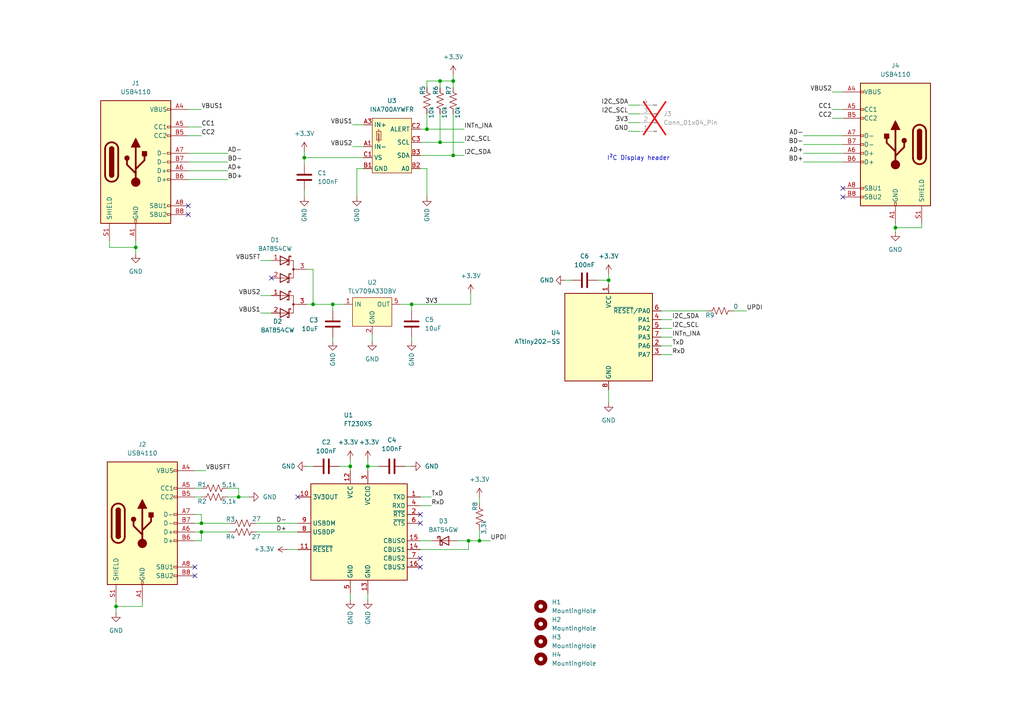
<source format=kicad_sch>
(kicad_sch (version 20231120) (generator "eeschema") (generator_version "8.0")
  (paper "A4")
  (title_block (title "usb-c-power-meter") (date "2024-12-28") (rev "1.0"))
  (lib_symbols
    (symbol "Connector:Conn_01x04_Pin" (pin_names (offset 1.016) hide)
      (property "Reference" "J" (at 0 5.08 0))
      (property "Value" "Conn_01x04_Pin" (at 0 -7.62 0))
      (symbol "Conn_01x04_Pin_1_1"
        (polyline (pts (xy 1.27 -5.08) (xy 0.8636 -5.08)) (stroke (width 0.1524)))
        (polyline (pts (xy 1.27 -2.54) (xy 0.8636 -2.54)) (stroke (width 0.1524)))
        (polyline (pts (xy 1.27 0) (xy 0.8636 0)) (stroke (width 0.1524)))
        (polyline (pts (xy 1.27 2.54) (xy 0.8636 2.54)) (stroke (width 0.1524)))
        (rectangle (start 0.8636 -4.953) (end 0 -5.207) (stroke (width 0.1524)) (fill (type outline)))
        (rectangle (start 0.8636 -2.413) (end 0 -2.667) (stroke (width 0.1524)) (fill (type outline)))
        (rectangle (start 0.8636 0.127) (end 0 -0.127) (stroke (width 0.1524)) (fill (type outline)))
        (rectangle (start 0.8636 2.667) (end 0 2.413) (stroke (width 0.1524)) (fill (type outline)))
        (pin passive line (at 5.08 2.54 180) (length 3.81) (name "Pin_1") (number "1"))
        (pin passive line (at 5.08 0 180) (length 3.81) (name "Pin_2") (number "2"))
        (pin passive line (at 5.08 -2.54 180) (length 3.81) (name "Pin_3") (number "3"))
        (pin passive line (at 5.08 -5.08 180) (length 3.81) (name "Pin_4") (number "4"))
      )
    )
    (symbol "Connector:USB_C_Receptacle_USB2.0_16P" (pin_names (offset 1.016))
      (property "Reference" "J" (at 0 22.225 0))
      (property "Value" "USB_C_Receptacle_USB2.0_16P" (at 0 19.685 0))
      (symbol "USB_C_Receptacle_USB2.0_16P_0_0"
        (rectangle (start -0.254 -17.78) (end 0.254 -16.764))
        (rectangle (start 10.16 -14.986) (end 9.144 -15.494))
        (rectangle (start 10.16 -12.446) (end 9.144 -12.954))
        (rectangle (start 10.16 -4.826) (end 9.144 -5.334))
        (rectangle (start 10.16 -2.286) (end 9.144 -2.794))
        (rectangle (start 10.16 0.254) (end 9.144 -0.254))
        (rectangle (start 10.16 2.794) (end 9.144 2.286))
        (rectangle (start 10.16 7.874) (end 9.144 7.366))
        (rectangle (start 10.16 10.414) (end 9.144 9.906))
        (rectangle (start 10.16 15.494) (end 9.144 14.986))
      )
      (symbol "USB_C_Receptacle_USB2.0_16P_0_1"
        (rectangle (start -10.16 17.78) (end 10.16 -17.78) (stroke (width 0.254)) (fill (type background)))
        (arc (start -8.89 -3.81) (mid -6.985 -5.7067) (end -5.08 -3.81) (stroke (width 0.508)))
        (arc (start -7.62 -3.81) (mid -6.985 -4.4423) (end -6.35 -3.81) (stroke (width 0.254)))
        (arc (start -7.62 -3.81) (mid -6.985 -4.4423) (end -6.35 -3.81) (stroke (width 0.254)) (fill (type outline)))
        (rectangle (start -7.62 -3.81) (end -6.35 3.81) (stroke (width 0.254)) (fill (type outline)))
        (arc (start -6.35 3.81) (mid -6.985 4.4423) (end -7.62 3.81) (stroke (width 0.254)))
        (arc (start -6.35 3.81) (mid -6.985 4.4423) (end -7.62 3.81) (stroke (width 0.254)) (fill (type outline)))
        (arc (start -5.08 3.81) (mid -6.985 5.7067) (end -8.89 3.81) (stroke (width 0.508)))
        (circle (center -2.54 1.143) (radius 0.635) (stroke (width 0.254)) (fill (type outline)))
        (circle (center 0 -5.842) (radius 1.27) (fill (type outline)))
        (polyline (pts (xy -8.89 -3.81) (xy -8.89 3.81)) (stroke (width 0.508)))
        (polyline (pts (xy -5.08 3.81) (xy -5.08 -3.81)) (stroke (width 0.508)))
        (polyline (pts (xy 0 -5.842) (xy 0 4.318)) (stroke (width 0.508)))
        (polyline (pts (xy 0 -3.302) (xy -2.54 -0.762) (xy -2.54 0.508)) (stroke (width 0.508)))
        (polyline (pts (xy 0 -2.032) (xy 2.54 0.508) (xy 2.54 1.778)) (stroke (width 0.508)))
        (polyline (pts (xy -1.27 4.318) (xy 0 6.858) (xy 1.27 4.318) (xy -1.27 4.318)) (stroke (width 0.254)) (fill (type outline)))
        (rectangle (start 1.905 1.778) (end 3.175 3.048) (stroke (width 0.254)) (fill (type outline)))
      )
      (symbol "USB_C_Receptacle_USB2.0_16P_1_1"
        (pin passive line (at 0 -22.86 90) (length 5.08) (name "GND") (number "A1"))
        (pin passive line (at 0 -22.86 90) (length 5.08) hide (name "GND") (number "A12"))
        (pin passive line (at 15.24 15.24 180) (length 5.08) (name "VBUS") (number "A4"))
        (pin bidirectional line (at 15.24 10.16 180) (length 5.08) (name "CC1") (number "A5"))
        (pin bidirectional line (at 15.24 -2.54 180) (length 5.08) (name "D+") (number "A6"))
        (pin bidirectional line (at 15.24 2.54 180) (length 5.08) (name "D-") (number "A7"))
        (pin bidirectional line (at 15.24 -12.7 180) (length 5.08) (name "SBU1") (number "A8"))
        (pin passive line (at 15.24 15.24 180) (length 5.08) hide (name "VBUS") (number "A9"))
        (pin passive line (at 0 -22.86 90) (length 5.08) hide (name "GND") (number "B1"))
        (pin passive line (at 0 -22.86 90) (length 5.08) hide (name "GND") (number "B12"))
        (pin passive line (at 15.24 15.24 180) (length 5.08) hide (name "VBUS") (number "B4"))
        (pin bidirectional line (at 15.24 7.62 180) (length 5.08) (name "CC2") (number "B5"))
        (pin bidirectional line (at 15.24 -5.08 180) (length 5.08) (name "D+") (number "B6"))
        (pin bidirectional line (at 15.24 0 180) (length 5.08) (name "D-") (number "B7"))
        (pin bidirectional line (at 15.24 -15.24 180) (length 5.08) (name "SBU2") (number "B8"))
        (pin passive line (at 15.24 15.24 180) (length 5.08) hide (name "VBUS") (number "B9"))
        (pin passive line (at -7.62 -22.86 90) (length 5.08) (name "SHIELD") (number "S1"))
      )
    )
    (symbol "Device:C" (pin_numbers hide) (pin_names (offset 0.254))
      (property "Reference" "C" (at 0.635 2.54 0))
      (property "Value" "C" (at 0.635 -2.54 0))
      (symbol "C_0_1"
        (polyline (pts (xy -2.032 -0.762) (xy 2.032 -0.762)) (stroke (width 0.508)))
        (polyline (pts (xy -2.032 0.762) (xy 2.032 0.762)) (stroke (width 0.508)))
      )
      (symbol "C_1_1"
        (pin passive line (at 0 3.81 270) (length 2.794) (name "~") (number "1"))
        (pin passive line (at 0 -3.81 90) (length 2.794) (name "~") (number "2"))
      )
    )
    (symbol "Device:D_Schottky" (pin_numbers hide) (pin_names (offset 1.016) hide)
      (property "Reference" "D" (at 0 2.54 0))
      (property "Value" "D_Schottky" (at 0 -2.54 0))
      (symbol "D_Schottky_0_1"
        (polyline (pts (xy 1.27 0) (xy -1.27 0)))
        (polyline (pts (xy 1.27 1.27) (xy 1.27 -1.27) (xy -1.27 0) (xy 1.27 1.27)) (stroke (width 0.254)))
        (polyline (pts (xy -1.905 0.635) (xy -1.905 1.27) (xy -1.27 1.27) (xy -1.27 -1.27) (xy -0.635 -1.27) (xy -0.635 -0.635)) (stroke (width 0.254)))
      )
      (symbol "D_Schottky_1_1"
        (pin passive line (at -3.81 0 0) (length 2.54) (name "K") (number "1"))
        (pin passive line (at 3.81 0 180) (length 2.54) (name "A") (number "2"))
      )
    )
    (symbol "Device:D_Schottky_Dual_CommonCathode_AAK_Parallel" (pin_names (offset 0.762) hide)
      (property "Reference" "D" (at 0 5.08 0))
      (property "Value" "D_Schottky_Dual_CommonCathode_AAK_Parallel" (at 0 -5.08 0))
      (symbol "D_Schottky_Dual_CommonCathode_AAK_Parallel_0_1"
        (polyline (pts (xy 1.27 0) (xy 2.54 0)))
        (polyline (pts (xy -2.54 -2.54) (xy 1.27 -2.54) (xy 1.27 2.54) (xy -2.54 2.54)))
        (polyline (pts (xy -2.54 -1.27) (xy 0 -2.54) (xy -2.54 -3.81) (xy -2.54 -1.27) (xy -2.54 -1.27) (xy -2.54 -1.27)) (stroke (width 0.254)))
        (polyline (pts (xy -2.54 3.81) (xy 0 2.54) (xy -2.54 1.27) (xy -2.54 3.81) (xy -2.54 3.81) (xy -2.54 3.81)) (stroke (width 0.254)))
        (polyline (pts (xy 0.508 -1.524) (xy 0.508 -1.27) (xy 0 -1.27) (xy 0 -3.81) (xy -0.508 -3.81) (xy -0.508 -3.556)) (stroke (width 0.254)))
        (polyline (pts (xy 0.508 3.556) (xy 0.508 3.81) (xy 0 3.81) (xy 0 1.27) (xy -0.508 1.27) (xy -0.508 1.524)) (stroke (width 0.254)))
        (circle (center 1.27 0) (radius 0.254) (fill (type outline)))
        (pin passive line (at -5.08 2.54 0) (length 2.54) (name "K") (number "1"))
        (pin passive line (at -5.08 -2.54 0) (length 2.54) (name "K") (number "2"))
        (pin passive line (at 5.08 0 180) (length 2.54) (name "A") (number "3"))
      )
    )
    (symbol "Device:R_US" (pin_numbers hide) (pin_names (offset 0))
      (property "Reference" "R" (at 2.54 0 90))
      (property "Value" "R_US" (at -2.54 0 90))
      (symbol "R_US_0_1"
        (polyline (pts (xy 0 -2.286) (xy 0 -2.54)))
        (polyline (pts (xy 0 2.286) (xy 0 2.54)))
        (polyline (pts (xy 0 -0.762) (xy 1.016 -1.143) (xy 0 -1.524) (xy -1.016 -1.905) (xy 0 -2.286)))
        (polyline (pts (xy 0 0.762) (xy 1.016 0.381) (xy 0 0) (xy -1.016 -0.381) (xy 0 -0.762)))
        (polyline (pts (xy 0 2.286) (xy 1.016 1.905) (xy 0 1.524) (xy -1.016 1.143) (xy 0 0.762)))
      )
      (symbol "R_US_1_1"
        (pin passive line (at 0 3.81 270) (length 1.27) (name "~") (number "1"))
        (pin passive line (at 0 -3.81 90) (length 1.27) (name "~") (number "2"))
      )
    )
    (symbol "Interface_USB:FT230XS"
      (property "Reference" "U" (at -13.97 15.24 0))
      (property "Value" "FT230XS" (at 7.62 15.24 0))
      (symbol "FT230XS_0_1"
        (rectangle (start -13.97 13.97) (end 13.97 -13.97) (stroke (width 0.254)) (fill (type background)))
      )
      (symbol "FT230XS_1_1"
        (pin output line (at 17.78 10.16 180) (length 3.81) (name "TXD") (number "1"))
        (pin power_out line (at -17.78 10.16 0) (length 3.81) (name "3V3OUT") (number "10"))
        (pin input line (at -17.78 -5.08 0) (length 3.81) (name "~{RESET}") (number "11"))
        (pin power_in line (at -2.54 17.78 270) (length 3.81) (name "VCC") (number "12"))
        (pin power_in line (at 2.54 -17.78 90) (length 3.81) (name "GND") (number "13"))
        (pin bidirectional line (at 17.78 -5.08 180) (length 3.81) (name "CBUS1") (number "14"))
        (pin bidirectional line (at 17.78 -2.54 180) (length 3.81) (name "CBUS0") (number "15"))
        (pin bidirectional line (at 17.78 -10.16 180) (length 3.81) (name "CBUS3") (number "16"))
        (pin output line (at 17.78 5.08 180) (length 3.81) (name "~{RTS}") (number "2"))
        (pin power_in line (at 2.54 17.78 270) (length 3.81) (name "VCCIO") (number "3"))
        (pin input line (at 17.78 7.62 180) (length 3.81) (name "RXD") (number "4"))
        (pin power_in line (at -2.54 -17.78 90) (length 3.81) (name "GND") (number "5"))
        (pin input line (at 17.78 2.54 180) (length 3.81) (name "~{CTS}") (number "6"))
        (pin bidirectional line (at 17.78 -7.62 180) (length 3.81) (name "CBUS2") (number "7"))
        (pin bidirectional line (at -17.78 0 0) (length 3.81) (name "USBDP") (number "8"))
        (pin bidirectional line (at -17.78 2.54 0) (length 3.81) (name "USBDM") (number "9"))
      )
    )
    (symbol "MCU_Microchip_ATtiny:ATtiny202-SS"
      (property "Reference" "U" (at -12.7 13.97 0))
      (property "Value" "ATtiny202-SS" (at 2.54 -13.97 0))
      (symbol "ATtiny202-SS_0_1"
        (rectangle (start -12.7 -12.7) (end 12.7 12.7) (stroke (width 0.254)) (fill (type background)))
      )
      (symbol "ATtiny202-SS_1_1"
        (pin power_in line (at 0 15.24 270) (length 2.54) (name "VCC") (number "1"))
        (pin bidirectional line (at 15.24 -2.54 180) (length 2.54) (name "PA6") (number "2"))
        (pin bidirectional line (at 15.24 -5.08 180) (length 2.54) (name "PA7") (number "3"))
        (pin bidirectional line (at 15.24 5.08 180) (length 2.54) (name "PA1") (number "4"))
        (pin bidirectional line (at 15.24 2.54 180) (length 2.54) (name "PA2") (number "5"))
        (pin bidirectional line (at 15.24 7.62 180) (length 2.54) (name "~{RESET}/PA0") (number "6"))
        (pin bidirectional line (at 15.24 0 180) (length 2.54) (name "PA3") (number "7"))
        (pin power_in line (at 0 -15.24 90) (length 2.54) (name "GND") (number "8"))
      )
    )
    (symbol "Mechanical:MountingHole" (pin_names (offset 1.016)) (exclude_from_sim yes) (in_bom no)
      (property "Reference" "H" (at 0 5.08 0))
      (property "Value" "MountingHole" (at 0 3.175 0))
      (symbol "MountingHole_0_1"
        (circle (center 0 0) (radius 1.27) (stroke (width 1.27)))
      )
    )
    (symbol "power:+3.3V" (power) (pin_numbers hide) (pin_names (offset 0) hide)
      (property "Value" "+3.3V" (at 0 3.556 0))
      (symbol "+3.3V_0_1"
        (polyline (pts (xy -0.762 1.27) (xy 0 2.54)))
        (polyline (pts (xy 0 0) (xy 0 2.54)))
        (polyline (pts (xy 0 2.54) (xy 0.762 1.27)))
      )
      (symbol "+3.3V_1_1"
        (pin power_in line (at 0 0 90) (length 0) (name "~") (number "1"))
      )
    )
    (symbol "power:GND" (power) (pin_numbers hide) (pin_names (offset 0) hide)
      (property "Value" "GND" (at 0 -3.81 0))
      (symbol "GND_0_1"
        (polyline (pts (xy 0 0) (xy 0 -1.27) (xy 1.27 -1.27) (xy 0 -2.54) (xy -1.27 -1.27) (xy 0 -1.27)))
      )
      (symbol "GND_1_1"
        (pin power_in line (at 0 0 270) (length 0) (name "~") (number "1"))
      )
    )
    (symbol "usb-c-power-meter:INA700"
      (property "Reference" "U" (at 0 11.938 0))
      (property "Value" "INA700AYWFR" (at 0 9.652 0))
      (symbol "INA700_0_1"
        (rectangle (start -5.715 8.255) (end 5.715 -7.62) (fill (type background)))
        (rectangle (start -4.445 4.445) (end -3.175 1.905))
        (polyline (pts (xy -3.81 1.905) (xy -3.81 1.27)))
        (polyline (pts (xy -3.81 4.445) (xy -3.81 4.445)))
        (polyline (pts (xy -3.81 4.445) (xy -3.81 5.08)))
      )
      (symbol "INA700_1_1"
        (text "SHUNT" (at -3.81 3.048 900) (effects (font (size 0.4064 0.4064))))
        (pin bidirectional line (at -8.255 0 0) (length 2.54) (name "IN-") (number "A1"))
        (pin bidirectional line (at -8.255 6.35 0) (length 2.54) (name "IN+") (number "A3"))
        (pin power_in line (at -8.255 -6.35 0) (length 2.54) (name "GND") (number "B1"))
        (pin input line (at 8.255 -6.35 180) (length 2.54) (name "A0") (number "B2"))
        (pin tri_state line (at 8.255 -2.54 180) (length 2.54) (name "SDA") (number "B3"))
        (pin power_in line (at -8.255 -3.175 0) (length 2.54) (name "VS") (number "C1"))
        (pin output line (at 8.255 5.08 180) (length 2.54) (name "ALERT") (number "C2"))
        (pin input line (at 8.255 1.27 180) (length 2.54) (name "SCL") (number "C3"))
      )
    )
    (symbol "usb-c-power-meter:TLV709"
      (property "Reference" "U" (at 0 7.112 0))
      (property "Value" "TLV709" (at 0 0 0))
      (symbol "TLV709_0_1"
        (rectangle (start -5.715 5.715) (end 5.715 -2.54) (fill (type background)))
      )
      (symbol "TLV709_1_1"
        (pin power_in line (at -8.255 3.81 0) (length 2.54) (name "IN") (number "1"))
        (pin power_in line (at 0 -5.08 90) (length 2.54) (name "GND") (number "2"))
        (pin no_connect line (at 14.605 -14.605 180) (length 5.08) hide (name "NC") (number "3"))
        (pin no_connect line (at 14.605 -17.145 180) (length 5.08) hide (name "NC") (number "4"))
        (pin power_out line (at 8.255 3.81 180) (length 2.54) (name "OUT") (number "5"))
      )
    )
  )
  (junction (at 106.68 135.255))
  (junction (at 131.445 23.495))
  (junction (at 58.42 154.305))
  (junction (at 259.715 66.04))
  (junction (at 135.89 156.845))
  (junction (at 33.655 175.895))
  (junction (at 119.38 88.265))
  (junction (at 69.215 144.145))
  (junction (at 131.445 45.085))
  (junction (at 96.52 88.265))
  (junction (at 88.265 45.72))
  (junction (at 127.635 23.495))
  (junction (at 139.065 156.845))
  (junction (at 39.37 71.755))
  (junction (at 176.53 81.28))
  (junction (at 58.42 151.765))
  (junction (at 101.6 135.255))
  (junction (at 90.805 88.265))
  (junction (at 127.635 41.275))
  (junction (at 123.825 37.465))
  (no_connect (at 54.61 62.23))
  (no_connect (at 121.92 161.925))
  (no_connect (at 56.515 164.465))
  (no_connect (at 244.475 57.15))
  (no_connect (at 121.92 151.765))
  (no_connect (at 54.61 59.69))
  (no_connect (at 121.92 149.225))
  (no_connect (at 56.515 167.005))
  (no_connect (at 244.475 54.61))
  (no_connect (at 121.92 164.465))
  (no_connect (at 78.74 80.645))
  (no_connect (at 86.36 144.145))
  (wire (pts (xy 31.75 69.85) (xy 31.75 71.755)))
  (wire (pts (xy 131.445 45.085) (xy 134.62 45.085)))
  (wire (pts (xy 182.245 33.02) (xy 185.42 33.02)))
  (wire (pts (xy 123.825 37.465) (xy 134.62 37.465)))
  (wire (pts (xy 191.77 90.17) (xy 205.105 90.17)))
  (wire (pts (xy 132.715 156.845) (xy 135.89 156.845)))
  (wire (pts (xy 39.37 69.85) (xy 39.37 71.755)))
  (wire (pts (xy 106.68 133.35) (xy 106.68 135.255)))
  (wire (pts (xy 121.92 144.145) (xy 125.095 144.145)))
  (wire (pts (xy 121.92 159.385) (xy 135.89 159.385)))
  (wire (pts (xy 191.77 92.71) (xy 194.945 92.71)))
  (wire (pts (xy 56.515 156.845) (xy 58.42 156.845)))
  (wire (pts (xy 244.475 44.45) (xy 233.045 44.45)))
  (wire (pts (xy 139.065 153.67) (xy 139.065 156.845)))
  (wire (pts (xy 136.525 88.265) (xy 119.38 88.265)))
  (wire (pts (xy 123.825 48.895) (xy 123.825 57.15)))
  (wire (pts (xy 75.565 85.725) (xy 78.74 85.725)))
  (wire (pts (xy 106.68 135.255) (xy 109.855 135.255)))
  (wire (pts (xy 176.53 79.375) (xy 176.53 81.28)))
  (wire (pts (xy 267.335 64.77) (xy 267.335 66.04)))
  (wire (pts (xy 58.42 149.225) (xy 58.42 151.765)))
  (wire (pts (xy 121.92 156.845) (xy 125.095 156.845)))
  (wire (pts (xy 98.425 135.255) (xy 101.6 135.255)))
  (wire (pts (xy 241.3 34.29) (xy 244.475 34.29)))
  (wire (pts (xy 75.565 90.805) (xy 78.74 90.805)))
  (wire (pts (xy 191.77 95.25) (xy 194.945 95.25)))
  (wire (pts (xy 131.445 23.495) (xy 131.445 25.4)))
  (wire (pts (xy 182.245 30.48) (xy 185.42 30.48)))
  (wire (pts (xy 54.61 39.37) (xy 58.42 39.37)))
  (wire (pts (xy 105.41 36.195) (xy 102.235 36.195)))
  (wire (pts (xy 105.41 42.545) (xy 102.235 42.545)))
  (wire (pts (xy 259.715 66.04) (xy 259.715 67.31)))
  (wire (pts (xy 58.42 154.305) (xy 66.675 154.305)))
  (wire (pts (xy 88.9 78.105) (xy 90.805 78.105)))
  (wire (pts (xy 90.805 88.265) (xy 96.52 88.265)))
  (wire (pts (xy 176.53 113.03) (xy 176.53 116.84)))
  (wire (pts (xy 56.515 136.525) (xy 59.69 136.525)))
  (wire (pts (xy 173.355 81.28) (xy 176.53 81.28)))
  (wire (pts (xy 139.065 144.145) (xy 139.065 146.05)))
  (wire (pts (xy 88.265 43.815) (xy 88.265 45.72)))
  (wire (pts (xy 119.38 88.265) (xy 119.38 90.17)))
  (wire (pts (xy 123.825 33.02) (xy 123.825 37.465)))
  (wire (pts (xy 88.265 45.72) (xy 88.265 47.625)))
  (wire (pts (xy 54.61 36.83) (xy 58.42 36.83)))
  (wire (pts (xy 244.475 46.99) (xy 233.045 46.99)))
  (wire (pts (xy 96.52 99.06) (xy 96.52 97.79)))
  (wire (pts (xy 121.92 45.085) (xy 131.445 45.085)))
  (wire (pts (xy 121.92 41.275) (xy 127.635 41.275)))
  (wire (pts (xy 96.52 88.265) (xy 99.695 88.265)))
  (wire (pts (xy 127.635 23.495) (xy 131.445 23.495)))
  (wire (pts (xy 182.245 38.1) (xy 185.42 38.1)))
  (wire (pts (xy 41.275 175.895) (xy 33.655 175.895)))
  (wire (pts (xy 212.725 90.17) (xy 216.535 90.17)))
  (wire (pts (xy 244.475 39.37) (xy 233.045 39.37)))
  (wire (pts (xy 127.635 33.02) (xy 127.635 41.275)))
  (wire (pts (xy 136.525 85.09) (xy 136.525 88.265)))
  (wire (pts (xy 74.295 154.305) (xy 86.36 154.305)))
  (wire (pts (xy 88.9 88.265) (xy 90.805 88.265)))
  (wire (pts (xy 56.515 151.765) (xy 58.42 151.765)))
  (wire (pts (xy 101.6 133.35) (xy 101.6 135.255)))
  (wire (pts (xy 127.635 41.275) (xy 134.62 41.275)))
  (wire (pts (xy 176.53 81.28) (xy 176.53 82.55)))
  (wire (pts (xy 90.805 78.105) (xy 90.805 88.265)))
  (wire (pts (xy 131.445 21.59) (xy 131.445 23.495)))
  (wire (pts (xy 66.04 141.605) (xy 69.215 141.605)))
  (wire (pts (xy 54.61 31.75) (xy 58.42 31.75)))
  (wire (pts (xy 96.52 88.265) (xy 96.52 90.17)))
  (wire (pts (xy 33.655 174.625) (xy 33.655 175.895)))
  (wire (pts (xy 66.04 144.145) (xy 69.215 144.145)))
  (wire (pts (xy 56.515 144.145) (xy 58.42 144.145)))
  (wire (pts (xy 131.445 33.02) (xy 131.445 45.085)))
  (wire (pts (xy 88.265 57.15) (xy 88.265 55.245)))
  (wire (pts (xy 139.065 156.845) (xy 142.24 156.845)))
  (wire (pts (xy 123.825 25.4) (xy 123.825 23.495)))
  (wire (pts (xy 117.475 135.255) (xy 119.38 135.255)))
  (wire (pts (xy 244.475 41.91) (xy 233.045 41.91)))
  (wire (pts (xy 54.61 49.53) (xy 66.04 49.53)))
  (wire (pts (xy 123.825 23.495) (xy 127.635 23.495)))
  (wire (pts (xy 135.89 156.845) (xy 139.065 156.845)))
  (wire (pts (xy 56.515 154.305) (xy 58.42 154.305)))
  (wire (pts (xy 191.77 102.87) (xy 194.945 102.87)))
  (wire (pts (xy 101.6 135.255) (xy 101.6 136.525)))
  (wire (pts (xy 58.42 151.765) (xy 66.675 151.765)))
  (wire (pts (xy 121.92 37.465) (xy 123.825 37.465)))
  (wire (pts (xy 241.3 26.67) (xy 244.475 26.67)))
  (wire (pts (xy 106.68 135.255) (xy 106.68 136.525)))
  (wire (pts (xy 56.515 149.225) (xy 58.42 149.225)))
  (wire (pts (xy 185.42 35.56) (xy 182.245 35.56)))
  (wire (pts (xy 105.41 48.895) (xy 103.505 48.895)))
  (wire (pts (xy 88.265 45.72) (xy 105.41 45.72)))
  (wire (pts (xy 259.715 64.77) (xy 259.715 66.04)))
  (wire (pts (xy 41.275 174.625) (xy 41.275 175.895)))
  (wire (pts (xy 121.92 146.685) (xy 125.095 146.685)))
  (wire (pts (xy 56.515 141.605) (xy 58.42 141.605)))
  (wire (pts (xy 54.61 46.99) (xy 66.04 46.99)))
  (wire (pts (xy 54.61 52.07) (xy 66.04 52.07)))
  (wire (pts (xy 107.95 97.155) (xy 107.95 99.06)))
  (wire (pts (xy 75.565 75.565) (xy 78.74 75.565)))
  (wire (pts (xy 39.37 71.755) (xy 39.37 73.66)))
  (wire (pts (xy 103.505 48.895) (xy 103.505 57.15)))
  (wire (pts (xy 88.9 135.255) (xy 90.805 135.255)))
  (wire (pts (xy 241.3 31.75) (xy 244.475 31.75)))
  (wire (pts (xy 121.92 48.895) (xy 123.825 48.895)))
  (wire (pts (xy 69.215 141.605) (xy 69.215 144.145)))
  (wire (pts (xy 54.61 44.45) (xy 66.04 44.45)))
  (wire (pts (xy 33.655 175.895) (xy 33.655 177.8)))
  (wire (pts (xy 31.75 71.755) (xy 39.37 71.755)))
  (wire (pts (xy 101.6 172.085) (xy 101.6 173.99)))
  (wire (pts (xy 267.335 66.04) (xy 259.715 66.04)))
  (wire (pts (xy 119.38 99.06) (xy 119.38 97.79)))
  (wire (pts (xy 191.77 100.33) (xy 194.945 100.33)))
  (wire (pts (xy 116.205 88.265) (xy 119.38 88.265)))
  (wire (pts (xy 163.83 81.28) (xy 165.735 81.28)))
  (wire (pts (xy 58.42 156.845) (xy 58.42 154.305)))
  (wire (pts (xy 106.68 172.085) (xy 106.68 173.99)))
  (wire (pts (xy 127.635 25.4) (xy 127.635 23.495)))
  (wire (pts (xy 83.185 159.385) (xy 86.36 159.385)))
  (wire (pts (xy 74.295 151.765) (xy 86.36 151.765)))
  (wire (pts (xy 69.215 144.145) (xy 72.39 144.145)))
  (wire (pts (xy 135.89 159.385) (xy 135.89 156.845)))
  (wire (pts (xy 191.77 97.79) (xy 194.945 97.79)))
  (text "I²C Display header" (at 185.166 45.974 0) (effects (font (size 1.27 1.27))))
  (label "I2C_SCL" (at 182.245 33.02 180))
  (label "AD+" (at 66.04 49.53 0))
  (label "VBUS1" (at 102.235 36.195 180))
  (label "CC1" (at 58.42 36.83 0))
  (label "UPDI" (at 142.24 156.845 0))
  (label "INTn_INA" (at 194.945 97.79 0))
  (label "VBUS2" (at 241.3 26.67 180))
  (label "CC1" (at 241.3 31.75 180))
  (label "AD-" (at 66.04 44.45 0))
  (label "D+" (at 83.185 154.305 180))
  (label "VBUSFT" (at 75.565 75.565 180))
  (label "RxD" (at 125.095 146.685 0))
  (label "INTn_INA" (at 134.62 37.465 0))
  (label "BD+" (at 66.04 52.07 0))
  (label "VBUSFT" (at 59.69 136.525 0))
  (label "BD+" (at 233.045 46.99 180))
  (label "I2C_SDA" (at 134.62 45.085 0))
  (label "I2C_SCL" (at 134.62 41.275 0))
  (label "VBUS1" (at 75.565 90.805 180))
  (label "VBUS1" (at 58.42 31.75 0))
  (label "AD-" (at 233.045 39.37 180))
  (label "TxD" (at 194.945 100.33 0))
  (label "RxD" (at 194.945 102.87 0))
  (label "UPDI" (at 216.535 90.17 0))
  (label "CC2" (at 58.42 39.37 0))
  (label "TxD" (at 125.095 144.145 0))
  (label "3V3" (at 182.245 35.56 180))
  (label "I2C_SCL" (at 194.945 95.25 0))
  (label "VBUS2" (at 102.235 42.545 180))
  (label "GND" (at 182.245 38.1 180))
  (label "3V3" (at 127 88.265 180))
  (label "AD+" (at 233.045 44.45 180))
  (label "I2C_SDA" (at 194.945 92.71 0))
  (label "CC2" (at 241.3 34.29 180))
  (label "I2C_SDA" (at 182.245 30.48 180))
  (label "D-" (at 83.185 151.765 180))
  (label "BD-" (at 66.04 46.99 0))
  (label "VBUS2" (at 75.565 85.725 180))
  (label "BD-" (at 233.045 41.91 180))
  (symbol (lib_id "Device:R_US") (at 62.23 141.605 270) (unit 1)
    (property "Reference" "R1" (at 59.944 140.589 90) (effects (justify right)))
    (property "Value" "5,1k" (at 68.58 140.589 90) (effects (justify right)))
    (property "Footprint" "Resistor_SMD:R_0603_1608Metric" (effects (hide yes)))
    (property "Description" "R, 5,1kOhms, ±1%,  0.1W, 1/10W, 0603" (effects (hide yes)))
    (property "DIGIKEY" "311-5.10KHRCT-ND" (effects (hide yes)))
    (property "FARNELL" "3495881" (effects (hide yes)))
    (property "MOUSER" "603-RC0603FR-075K1L" (effects (hide yes)))
    (property "Mfr. No" "RC0603FR-075K1L" (effects (hide yes)))
  )
  (symbol (lib_id "Device:C") (at 88.265 51.435 0) (unit 1)
    (property "Reference" "C1" (at 92.075 50.1649 0) (effects (justify left)))
    (property "Value" "100nF" (at 92.075 52.7049 0) (effects (justify left)))
    (property "Footprint" "Capacitor_SMD:C_0603_1608Metric" (effects (hide yes)))
    (property "Description" "C Ceramic, 100nF, 16V, ±10%, 0603" (effects (hide yes)))
    (property "Mfr. No" "CC0603KRX7R7BB104" (effects (hide yes)))
    (property "DIGIKEY" "311-1088-1-ND" (effects (hide yes)))
    (property "FARNELL" "2408501" (effects (hide yes)))
    (property "MOUSER" "603-CC603KRX7R7BB104" (effects (hide yes)))
  )
  (symbol (lib_id "power:GND") (at 96.52 99.06 0) (unit 1)
    (property "Reference" "#PWR08" (effects (hide yes)))
    (property "Value" "GND" (at 96.5199 102.235 90) (effects (justify right)))
    (property "Description" "Power symbol creates a global label with name \"GND\" , ground" (effects (hide yes)))
  )
  (symbol (lib_id "Device:C") (at 94.615 135.255 90) (unit 1)
    (property "Reference" "C2" (at 94.615 128.27 90))
    (property "Value" "100nF" (at 94.615 130.81 90))
    (property "Footprint" "Capacitor_SMD:C_0603_1608Metric" (effects (hide yes)))
    (property "Description" "C Ceramic, 100nF, 16V, ±10%, 0603" (effects (hide yes)))
    (property "Mfr. No" "CC0603KRX7R7BB104" (effects (hide yes)))
    (property "DIGIKEY" "311-1088-1-ND" (effects (hide yes)))
    (property "FARNELL" "2408501" (effects (hide yes)))
    (property "MOUSER" "603-CC603KRX7R7BB104" (effects (hide yes)))
  )
  (symbol (lib_id "Connector:USB_C_Receptacle_USB2.0_16P") (at 39.37 46.99 0) (unit 1)
    (property "Reference" "J1" (at 39.37 24.13 0))
    (property "Value" "USB4110" (at 39.37 26.67 0))
    (property "Footprint" "Connector_USB:USB_C_Receptacle_GCT_USB4110" (effects (hide yes)))
    (property "Datasheet" "https://gct.co/files/drawings/usb4110.pdf?v=a67e466d-bb65-4633-bc32-b337d632688ehttps://gct.co/files/drawings/usb4110.pdf?v=a67e466d-bb65-4633-bc32-b337d632688e" (effects (hide yes)))
    (property "Description" "Type C USB 2.0 Connector" (effects (hide yes)))
    (property "DIGIKEY" "2073-USB4110-GF-A-1-ND" (effects (hide yes)))
    (property "FARNELL" "3588206" (effects (hide yes)))
    (property "MOUSER" "640-USB4110-GF-A" (effects (hide yes)))
    (property "Mfr. No" "USB4110-GF-A" (effects (hide yes)))
  )
  (symbol (lib_id "Device:C") (at 119.38 93.98 0) (unit 1)
    (property "Reference" "C5" (at 123.19 92.7099 0) (effects (justify left)))
    (property "Value" "10uF" (at 123.19 95.2499 0) (effects (justify left)))
    (property "Footprint" "Capacitor_SMD:C_0805_2012Metric" (effects (hide yes)))
    (property "Description" "C Ceramic, 10uF, 16V, ±10%, 0805" (effects (hide yes)))
    (property "Mfr. No" "CL21A106KOQNNNE" (effects (hide yes)))
    (property "DIGIKEY" "1276-1096-1-ND" (effects (hide yes)))
    (property "FARNELL" "3013453" (effects (hide yes)))
    (property "MOUSER" "187-CL21A106KOQNNNE" (effects (hide yes)))
  )
  (symbol (lib_id "usb-c-power-meter:TLV709") (at 107.95 92.075 0) (unit 1)
    (property "Reference" "U2" (at 107.95 81.915 0))
    (property "Value" "TLV709A33DBV" (at 107.95 84.455 0))
    (property "Footprint" "Package_TO_SOT_SMD:SOT-23-5" (effects (hide yes)))
    (property "Datasheet" "https://www.ti.com/lit/gpn/tlv709" (effects (hide yes)))
    (property "Description" "TLV709 150mA, 30V, 3.2μA Quiescent Current, Low-Dropout Linear Regulator" (effects (hide yes)))
    (property "Mfr. No" "TLV709A33DBV" (effects (hide yes)))
    (property "DIGIKEY" "296-TLV709A33DBVRCT-ND" (effects (hide yes)))
    (property "FARNELL" "#" (effects (hide yes)))
    (property "MOUSER" "595-TLV709A33DBVR" (effects (hide yes)))
  )
  (symbol (lib_id "Connector:USB_C_Receptacle_USB2.0_16P") (at 41.275 151.765 0) (unit 1)
    (property "Reference" "J2" (at 41.275 128.905 0))
    (property "Value" "USB4110" (at 41.275 131.445 0))
    (property "Footprint" "Connector_USB:USB_C_Receptacle_GCT_USB4110" (effects (hide yes)))
    (property "Datasheet" "https://gct.co/files/drawings/usb4110.pdf?v=a67e466d-bb65-4633-bc32-b337d632688ehttps://gct.co/files/drawings/usb4110.pdf?v=a67e466d-bb65-4633-bc32-b337d632688e" (effects (hide yes)))
    (property "Description" "Type C USB 2.0 Connector" (effects (hide yes)))
    (property "DIGIKEY" "2073-USB4110-GF-A-1-ND" (effects (hide yes)))
    (property "FARNELL" "3588206" (effects (hide yes)))
    (property "MOUSER" "640-USB4110-GF-A" (effects (hide yes)))
    (property "Mfr. No" "USB4110-GF-A" (effects (hide yes)))
  )
  (symbol (lib_id "power:+3.3V") (at 101.6 133.35 0) (unit 1)
    (property "Reference" "#PWR09" (effects (hide yes)))
    (property "Value" "+3.3V" (at 100.965 128.27 0))
    (property "Description" "Power symbol creates a global label with name \"+3.3V\"" (effects (hide yes)))
  )
  (symbol (lib_id "Device:R_US") (at 127.635 29.21 180) (unit 1)
    (property "Reference" "R6" (at 126.365 27.559 90) (effects (justify right)))
    (property "Value" "10k" (at 128.905 34.417 90) (effects (justify right)))
    (property "Footprint" "Resistor_SMD:R_0603_1608Metric" (effects (hide yes)))
    (property "Description" "R, 10kOhms, ±1%,  0.1W, 1/10W, 0603" (effects (hide yes)))
    (property "DIGIKEY" "311-10.0KHRCT-ND" (effects (hide yes)))
    (property "FARNELL" "9238603" (effects (hide yes)))
    (property "MOUSER" "603-RC0603FR-0710KL" (effects (hide yes)))
    (property "Mfr. No" "RC0603FR-0710KL" (effects (hide yes)))
  )
  (symbol (lib_id "Device:C") (at 169.545 81.28 90) (unit 1)
    (property "Reference" "C6" (at 169.545 74.295 90))
    (property "Value" "100nF" (at 169.545 76.835 90))
    (property "Footprint" "Capacitor_SMD:C_0603_1608Metric" (effects (hide yes)))
    (property "Description" "C Ceramic, 100nF, 16V, ±10%, 0603" (effects (hide yes)))
    (property "Mfr. No" "CC0603KRX7R7BB104" (effects (hide yes)))
    (property "DIGIKEY" "311-1088-1-ND" (effects (hide yes)))
    (property "FARNELL" "2408501" (effects (hide yes)))
    (property "MOUSER" "603-CC603KRX7R7BB104" (effects (hide yes)))
  )
  (symbol (lib_id "power:GND") (at 72.39 144.145 90) (unit 1)
    (property "Reference" "#PWR03" (effects (hide yes)))
    (property "Value" "GND" (at 76.2 144.1449 90) (effects (justify right)))
    (property "Description" "Power symbol creates a global label with name \"GND\" , ground" (effects (hide yes)))
  )
  (symbol (lib_id "power:GND") (at 176.53 116.84 0) (unit 1)
    (property "Reference" "#PWR023" (effects (hide yes)))
    (property "Value" "GND" (at 176.53 121.92 0))
    (property "Description" "Power symbol creates a global label with name \"GND\" , ground" (effects (hide yes)))
  )
  (symbol (lib_id "Mechanical:MountingHole") (at 156.845 191.135 0) (unit 1) (exclude_from_sim yes) (in_bom no)
    (property "Reference" "H4" (at 160.02 189.8649 0) (effects (justify left)))
    (property "Value" "MountingHole" (at 160.02 192.4049 0) (effects (justify left)))
    (property "Footprint" "MountingHole:MountingHole_2.2mm_M2" (effects (hide yes)))
    (property "Description" "Mounting Hole without connection" (effects (hide yes)))
  )
  (symbol (lib_id "power:GND") (at 101.6 173.99 0) (unit 1)
    (property "Reference" "#PWR010" (effects (hide yes)))
    (property "Value" "GND" (at 101.5999 177.165 90) (effects (justify right)))
    (property "Description" "Power symbol creates a global label with name \"GND\" , ground" (effects (hide yes)))
  )
  (symbol (lib_id "power:+3.3V") (at 83.185 159.385 90) (unit 1)
    (property "Reference" "#PWR04" (effects (hide yes)))
    (property "Value" "+3.3V" (at 76.581 159.258 90))
    (property "Description" "Power symbol creates a global label with name \"+3.3V\"" (effects (hide yes)))
  )
  (symbol (lib_id "Device:C") (at 113.665 135.255 90) (unit 1)
    (property "Reference" "C4" (at 113.665 127.635 90))
    (property "Value" "100nF" (at 113.665 130.175 90))
    (property "Footprint" "Capacitor_SMD:C_0603_1608Metric" (effects (hide yes)))
    (property "Description" "C Ceramic, 100nF, 16V, ±10%, 0603" (effects (hide yes)))
    (property "Mfr. No" "CC0603KRX7R7BB104" (effects (hide yes)))
    (property "DIGIKEY" "311-1088-1-ND" (effects (hide yes)))
    (property "FARNELL" "2408501" (effects (hide yes)))
    (property "MOUSER" "603-CC603KRX7R7BB104" (effects (hide yes)))
  )
  (symbol (lib_id "power:GND") (at 123.825 57.15 0) (unit 1)
    (property "Reference" "#PWR017" (effects (hide yes)))
    (property "Value" "GND" (at 123.8249 60.325 90) (effects (justify right)))
    (property "Description" "Power symbol creates a global label with name \"GND\" , ground" (effects (hide yes)))
  )
  (symbol (lib_id "power:GND") (at 107.95 99.06 0) (unit 1)
    (property "Reference" "#PWR014" (effects (hide yes)))
    (property "Value" "GND" (at 107.95 104.14 0))
    (property "Description" "Power symbol creates a global label with name \"GND\" , ground" (effects (hide yes)))
  )
  (symbol (lib_id "power:GND") (at 106.68 173.99 0) (unit 1)
    (property "Reference" "#PWR013" (effects (hide yes)))
    (property "Value" "GND" (at 106.6799 177.165 90) (effects (justify right)))
    (property "Description" "Power symbol creates a global label with name \"GND\" , ground" (effects (hide yes)))
  )
  (symbol (lib_id "power:GND") (at 39.37 73.66 0) (unit 1)
    (property "Reference" "#PWR02" (effects (hide yes)))
    (property "Value" "GND" (at 39.37 78.74 0))
    (property "Description" "Power symbol creates a global label with name \"GND\" , ground" (effects (hide yes)))
  )
  (symbol (lib_id "power:+3.3V") (at 106.68 133.35 0) (unit 1)
    (property "Reference" "#PWR012" (effects (hide yes)))
    (property "Value" "+3.3V" (at 107.061 128.27 0))
    (property "Description" "Power symbol creates a global label with name \"+3.3V\"" (effects (hide yes)))
  )
  (symbol (lib_id "power:GND") (at 119.38 99.06 0) (unit 1)
    (property "Reference" "#PWR015" (effects (hide yes)))
    (property "Value" "GND" (at 119.3799 102.235 90) (effects (justify right)))
    (property "Description" "Power symbol creates a global label with name \"GND\" , ground" (effects (hide yes)))
  )
  (symbol (lib_id "Mechanical:MountingHole") (at 156.845 180.975 0) (unit 1) (exclude_from_sim yes) (in_bom no)
    (property "Reference" "H2" (at 160.02 179.7049 0) (effects (justify left)))
    (property "Value" "MountingHole" (at 160.02 182.2449 0) (effects (justify left)))
    (property "Footprint" "MountingHole:MountingHole_2.2mm_M2" (effects (hide yes)))
    (property "Description" "Mounting Hole without connection" (effects (hide yes)))
  )
  (symbol (lib_id "Device:D_Schottky_Dual_CommonCathode_AAK_Parallel") (at 83.82 88.265 0) (unit 1)
    (property "Reference" "D2" (at 80.518 93.218 0))
    (property "Value" "BAT854CW" (at 80.518 95.758 0))
    (property "Footprint" "Package_TO_SOT_SMD:SOT-323_SC-70" (effects (hide yes)))
    (property "Datasheet" "https://assets.nexperia.com/documents/data-sheet/BAT854CW.pdf" (effects (hide yes)))
    (property "Description" "Dual Schottky diode, common anode on pin 1" (effects (hide yes)))
    (property "DIGIKEY" "1727-1211-1-ND" (effects (hide yes)))
    (property "FARNELL" "3912169" (effects (hide yes)))
    (property "MOUSER" "771-BAT854CW,135" (effects (hide yes)))
    (property "Mfr. No" "BAT854CW" (effects (hide yes)))
  )
  (symbol (lib_id "power:GND") (at 163.83 81.28 270) (unit 1)
    (property "Reference" "#PWR021" (effects (hide yes)))
    (property "Value" "GND" (at 160.655 81.2799 90) (effects (justify right)))
    (property "Description" "Power symbol creates a global label with name \"GND\" , ground" (effects (hide yes)))
  )
  (symbol (lib_id "Connector:USB_C_Receptacle_USB2.0_16P") (at 259.715 41.91 0) (mirror y) (unit 1)
    (property "Reference" "J4" (at 259.715 19.05 0))
    (property "Value" "USB4110" (at 259.715 21.59 0))
    (property "Footprint" "Connector_USB:USB_C_Receptacle_GCT_USB4110" (effects (hide yes)))
    (property "Datasheet" "https://gct.co/files/drawings/usb4110.pdf?v=a67e466d-bb65-4633-bc32-b337d632688ehttps://gct.co/files/drawings/usb4110.pdf?v=a67e466d-bb65-4633-bc32-b337d632688e" (effects (hide yes)))
    (property "Description" "Type C USB 2.0 Connector" (effects (hide yes)))
    (property "DIGIKEY" "2073-USB4110-GF-A-1-ND" (effects (hide yes)))
    (property "FARNELL" "3588206" (effects (hide yes)))
    (property "MOUSER" "640-USB4110-GF-A" (effects (hide yes)))
    (property "Mfr. No" "USB4110-GF-A" (effects (hide yes)))
  )
  (symbol (lib_id "power:GND") (at 88.265 57.15 0) (unit 1)
    (property "Reference" "#PWR06" (effects (hide yes)))
    (property "Value" "GND" (at 88.2649 60.325 90) (effects (justify right)))
    (property "Description" "Power symbol creates a global label with name \"GND\" , ground" (effects (hide yes)))
  )
  (symbol (lib_id "power:+3.3V") (at 88.265 43.815 0) (unit 1)
    (property "Reference" "#PWR05" (effects (hide yes)))
    (property "Value" "+3.3V" (at 88.265 38.735 0))
    (property "Description" "Power symbol creates a global label with name \"+3.3V\"" (effects (hide yes)))
  )
  (symbol (lib_id "Device:R_US") (at 208.915 90.17 270) (unit 1)
    (property "Reference" "R9" (at 207.264 91.44 90) (effects (justify right)))
    (property "Value" "0" (at 214.122 88.9 90) (effects (justify right)))
    (property "Footprint" "Resistor_SMD:R_0603_1608Metric" (effects (hide yes)))
    (property "Description" "R, 0Ohms, ±1%,  0.1W, 1/10W, 0603" (effects (hide yes)))
    (property "DIGIKEY" "311-0.0GRCT-ND" (effects (hide yes)))
    (property "FARNELL" "9233130" (effects (hide yes)))
    (property "MOUSER" "603-RC0603JR-070RL" (effects (hide yes)))
    (property "Mfr. No" "RC0603JR-070RL" (effects (hide yes)))
  )
  (symbol (lib_id "Device:C") (at 96.52 93.98 0) (unit 1)
    (property "Reference" "C3" (at 92.329 92.837 0) (effects (justify right)))
    (property "Value" "10uF" (at 92.329 95.377 0) (effects (justify right)))
    (property "Footprint" "Capacitor_SMD:C_1206_3216Metric" (effects (hide yes)))
    (property "Description" "C Ceramic, 10uF, 50V, ±10%, 1206" (effects (hide yes)))
    (property "Mfr. No" "CL31A106KBHNNNE" (effects (hide yes)))
    (property "DIGIKEY" "1276-2876-1-ND" (effects (hide yes)))
    (property "FARNELL" "3013512" (effects (hide yes)))
    (property "MOUSER" "187-CL31A106KBHNNNE" (effects (hide yes)))
  )
  (symbol (lib_id "Device:D_Schottky") (at 128.905 156.845 0) (unit 1)
    (property "Reference" "D3" (at 128.5875 151.13 0))
    (property "Value" "BAT54GW" (at 128.5875 153.67 0))
    (property "Footprint" "Diode_SMD:D_SOD-123" (effects (hide yes)))
    (property "Datasheet" "https://assets.nexperia.com/documents/data-sheet/BAT54GW.pdf" (effects (hide yes)))
    (property "Description" "30 V, 200 mA Schottky barrier diodes" (effects (hide yes)))
    (property "DIGIKEY" "1727-7328-1-ND" (effects (hide yes)))
    (property "FARNELL" "3439596" (effects (hide yes)))
    (property "MOUSER" "841-BAT54GWJ" (effects (hide yes)))
    (property "Mfr. No" "BAT54GWJ" (effects (hide yes)))
  )
  (symbol (lib_id "Device:R_US") (at 70.485 151.765 270) (unit 1)
    (property "Reference" "R3" (at 68.199 150.622 90) (effects (justify right)))
    (property "Value" "27" (at 75.692 150.495 90) (effects (justify right)))
    (property "Footprint" "Resistor_SMD:R_0603_1608Metric" (effects (hide yes)))
    (property "Description" "R, 27Ohms, ±1%,  0.1W, 1/10W, 0603" (effects (hide yes)))
    (property "DIGIKEY" "311-27.0HRCT-ND" (effects (hide yes)))
    (property "FARNELL" "9238298" (effects (hide yes)))
    (property "MOUSER" "603-RC0603FR-0727RL" (effects (hide yes)))
    (property "Mfr. No" "RC0603FR-0727RL" (effects (hide yes)))
  )
  (symbol (lib_id "Device:R_US") (at 70.485 154.305 270) (unit 1)
    (property "Reference" "R4" (at 68.199 155.702 90) (effects (justify right)))
    (property "Value" "27" (at 75.565 155.702 90) (effects (justify right)))
    (property "Footprint" "Resistor_SMD:R_0603_1608Metric" (effects (hide yes)))
    (property "Description" "R, 27Ohms, ±1%,  0.1W, 1/10W, 0603" (effects (hide yes)))
    (property "DIGIKEY" "311-27.0HRCT-ND" (effects (hide yes)))
    (property "FARNELL" "9238298" (effects (hide yes)))
    (property "MOUSER" "603-RC0603FR-0727RL" (effects (hide yes)))
    (property "Mfr. No" "RC0603FR-0727RL" (effects (hide yes)))
  )
  (symbol (lib_id "MCU_Microchip_ATtiny:ATtiny202-SS") (at 176.53 97.79 0) (unit 1)
    (property "Reference" "U4" (at 162.56 96.5199 0) (effects (justify right)))
    (property "Value" "ATtiny202-SS" (at 162.56 99.0599 0) (effects (justify right)))
    (property "Footprint" "Package_SO:SOIC-8_3.9x4.9mm_P1.27mm" (effects (hide yes)))
    (property "Datasheet" "http://ww1.microchip.com/downloads/en/DeviceDoc/ATtiny202-402-AVR-MCU-with-Core-Independent-Peripherals_and-picoPower-40001969A.pdf" (effects (hide yes)))
    (property "Description" "20MHz, 2kB Flash, 128B SRAM, 64B EEPROM, SOIC-8" (effects (hide yes)))
    (property "Mfr. No" "ATTINY202-SSFR" (effects (hide yes)))
    (property "DIGIKEY" "ATTINY202-SSFRCT-ND" (effects (hide yes)))
    (property "FARNELL" "3630362" (effects (hide yes)))
    (property "MOUSER" "579-ATTINY202-SSFR" (effects (hide yes)))
  )
  (symbol (lib_id "power:+3.3V") (at 136.525 85.09 0) (unit 1)
    (property "Reference" "#PWR019" (effects (hide yes)))
    (property "Value" "+3.3V" (at 136.525 80.01 0))
    (property "Description" "Power symbol creates a global label with name \"+3.3V\"" (effects (hide yes)))
  )
  (symbol (lib_id "Mechanical:MountingHole") (at 156.845 175.895 0) (unit 1) (exclude_from_sim yes) (in_bom no)
    (property "Reference" "H1" (at 160.02 174.6249 0) (effects (justify left)))
    (property "Value" "MountingHole" (at 160.02 177.1649 0) (effects (justify left)))
    (property "Footprint" "MountingHole:MountingHole_2.2mm_M2" (effects (hide yes)))
    (property "Description" "Mounting Hole without connection" (effects (hide yes)))
  )
  (symbol (lib_id "Mechanical:MountingHole") (at 156.845 186.055 0) (unit 1) (exclude_from_sim yes) (in_bom no)
    (property "Reference" "H3" (at 160.02 184.7849 0) (effects (justify left)))
    (property "Value" "MountingHole" (at 160.02 187.3249 0) (effects (justify left)))
    (property "Footprint" "MountingHole:MountingHole_2.2mm_M2" (effects (hide yes)))
    (property "Description" "Mounting Hole without connection" (effects (hide yes)))
  )
  (symbol (lib_id "power:+3.3V") (at 176.53 79.375 0) (unit 1)
    (property "Reference" "#PWR022" (effects (hide yes)))
    (property "Value" "+3.3V" (at 176.53 74.295 0))
    (property "Description" "Power symbol creates a global label with name \"+3.3V\"" (effects (hide yes)))
  )
  (symbol (lib_id "power:GND") (at 119.38 135.255 90) (unit 1)
    (property "Reference" "#PWR016" (effects (hide yes)))
    (property "Value" "GND" (at 123.19 135.2549 90) (effects (justify right)))
    (property "Description" "Power symbol creates a global label with name \"GND\" , ground" (effects (hide yes)))
  )
  (symbol (lib_id "Device:R_US") (at 62.23 144.145 270) (unit 1)
    (property "Reference" "R2" (at 59.944 145.415 90) (effects (justify right)))
    (property "Value" "5,1k" (at 68.58 145.415 90) (effects (justify right)))
    (property "Footprint" "Resistor_SMD:R_0603_1608Metric" (effects (hide yes)))
    (property "Description" "R, 5,1kOhms, ±1%,  0.1W, 1/10W, 0603" (effects (hide yes)))
    (property "DIGIKEY" "311-5.10KHRCT-ND" (effects (hide yes)))
    (property "FARNELL" "3495881" (effects (hide yes)))
    (property "MOUSER" "603-RC0603FR-075K1L" (effects (hide yes)))
    (property "Mfr. No" "RC0603FR-075K1L" (effects (hide yes)))
  )
  (symbol (lib_id "power:GND") (at 259.715 67.31 0) (unit 1)
    (property "Reference" "#PWR024" (effects (hide yes)))
    (property "Value" "GND" (at 259.715 72.39 0))
    (property "Description" "Power symbol creates a global label with name \"GND\" , ground" (effects (hide yes)))
  )
  (symbol (lib_id "usb-c-power-meter:INA700") (at 113.665 42.545 0) (unit 1)
    (property "Reference" "U3" (at 113.665 29.21 0))
    (property "Value" "INA700AYWFR" (at 113.665 31.75 0))
    (property "Footprint" "usb-c-power-meter:YWF0008A" (effects (hide yes)))
    (property "Datasheet" "https://www.ti.com/lit/gpn/ina700" (effects (hide yes)))
    (property "Description" "40-V 16-Bit I²C output digital power monitor in WCSP with EZShunt™ Technology" (effects (hide yes)))
    (property "Mfr. No" "INA700AYWFR" (effects (hide yes)))
    (property "DIGIKEY" "296-INA700AYWFRCT-ND" (effects (hide yes)))
    (property "FARNELL" "#" (effects (hide yes)))
    (property "MOUSER" "595-INA700AYWFR" (effects (hide yes)))
  )
  (symbol (lib_id "power:+3.3V") (at 131.445 21.59 0) (unit 1)
    (property "Reference" "#PWR018" (effects (hide yes)))
    (property "Value" "+3.3V" (at 131.445 16.51 0))
    (property "Description" "Power symbol creates a global label with name \"+3.3V\"" (effects (hide yes)))
  )
  (symbol (lib_id "power:GND") (at 103.505 57.15 0) (unit 1)
    (property "Reference" "#PWR011" (effects (hide yes)))
    (property "Value" "GND" (at 103.5049 60.325 90) (effects (justify right)))
    (property "Description" "Power symbol creates a global label with name \"GND\" , ground" (effects (hide yes)))
  )
  (symbol (lib_id "power:GND") (at 88.9 135.255 270) (unit 1)
    (property "Reference" "#PWR07" (effects (hide yes)))
    (property "Value" "GND" (at 85.725 135.2549 90) (effects (justify right)))
    (property "Description" "Power symbol creates a global label with name \"GND\" , ground" (effects (hide yes)))
  )
  (symbol (lib_id "power:+3.3V") (at 139.065 144.145 0) (unit 1)
    (property "Reference" "#PWR020" (effects (hide yes)))
    (property "Value" "+3.3V" (at 139.065 139.065 0))
    (property "Description" "Power symbol creates a global label with name \"+3.3V\"" (effects (hide yes)))
  )
  (symbol (lib_id "Device:R_US") (at 123.825 29.21 180) (unit 1)
    (property "Reference" "R5" (at 122.555 27.559 90) (effects (justify right)))
    (property "Value" "10k" (at 125.095 34.417 90) (effects (justify right)))
    (property "Footprint" "Resistor_SMD:R_0603_1608Metric" (effects (hide yes)))
    (property "Description" "R, 10kOhms, ±1%,  0.1W, 1/10W, 0603" (effects (hide yes)))
    (property "DIGIKEY" "311-10.0KHRCT-ND" (effects (hide yes)))
    (property "FARNELL" "9238603" (effects (hide yes)))
    (property "MOUSER" "603-RC0603FR-0710KL" (effects (hide yes)))
    (property "Mfr. No" "RC0603FR-0710KL" (effects (hide yes)))
  )
  (symbol (lib_id "Interface_USB:FT230XS") (at 104.14 154.305 0) (unit 1)
    (property "Reference" "U1" (at 99.695 120.396 0) (effects (justify left)))
    (property "Value" "FT230XS" (at 99.695 122.936 0) (effects (justify left)))
    (property "Footprint" "Package_SO:SSOP-16_3.9x4.9mm_P0.635mm" (effects (hide yes)))
    (property "Datasheet" "https://ftdichip.com/wp-content/uploads/2024/05/DS_FT230X.pdf" (effects (hide yes)))
    (property "Description" "Full Speed USB to Basic UART, SSOP-16" (effects (hide yes)))
    (property "Mfr. No" "FT230XS-R" (effects (hide yes)))
    (property "DIGIKEY" "768-1135-1-ND" (effects (hide yes)))
    (property "FARNELL" "2081321" (effects (hide yes)))
    (property "MOUSER" "895-FT230XS-R" (effects (hide yes)))
  )
  (symbol (lib_id "Device:D_Schottky_Dual_CommonCathode_AAK_Parallel") (at 83.82 78.105 0) (unit 1)
    (property "Reference" "D1" (at 79.756 69.596 0))
    (property "Value" "BAT854CW" (at 79.756 72.136 0))
    (property "Footprint" "Package_TO_SOT_SMD:SOT-323_SC-70" (effects (hide yes)))
    (property "Datasheet" "https://assets.nexperia.com/documents/data-sheet/BAT854CW.pdf" (effects (hide yes)))
    (property "Description" "Dual Schottky diode, common anode on pin 1" (effects (hide yes)))
    (property "DIGIKEY" "1727-1211-1-ND" (effects (hide yes)))
    (property "FARNELL" "3912169" (effects (hide yes)))
    (property "MOUSER" "771-BAT854CW,135" (effects (hide yes)))
    (property "Mfr. No" "BAT854CW" (effects (hide yes)))
  )
  (symbol (lib_id "power:GND") (at 33.655 177.8 0) (unit 1)
    (property "Reference" "#PWR01" (effects (hide yes)))
    (property "Value" "GND" (at 33.655 182.88 0))
    (property "Description" "Power symbol creates a global label with name \"GND\" , ground" (effects (hide yes)))
  )
  (symbol (lib_id "Connector:Conn_01x04_Pin") (at 190.5 35.56 180) (unit 1) (dnp yes)
    (property "Reference" "J3" (at 192.405 33.0199 0) (effects (justify right)))
    (property "Value" "Conn_01x04_Pin" (at 192.405 35.5599 0) (effects (justify right)))
    (property "Footprint" "Connector_PinHeader_2.54mm:PinHeader_1x04_P2.54mm_Vertical" (effects (hide yes)))
    (property "Description" "Generic connector, single row, 01x04, script generated" (effects (hide yes)))
  )
  (symbol (lib_id "Device:R_US") (at 131.445 29.21 180) (unit 1)
    (property "Reference" "R7" (at 130.175 27.559 90) (effects (justify right)))
    (property "Value" "10k" (at 132.715 34.417 90) (effects (justify right)))
    (property "Footprint" "Resistor_SMD:R_0603_1608Metric" (effects (hide yes)))
    (property "Description" "R, 10kOhms, ±1%,  0.1W, 1/10W, 0603" (effects (hide yes)))
    (property "DIGIKEY" "311-10.0KHRCT-ND" (effects (hide yes)))
    (property "FARNELL" "9238603" (effects (hide yes)))
    (property "MOUSER" "603-RC0603FR-0710KL" (effects (hide yes)))
    (property "Mfr. No" "RC0603FR-0710KL" (effects (hide yes)))
  )
  (symbol (lib_id "Device:R_US") (at 139.065 149.86 180) (unit 1)
    (property "Reference" "R8" (at 137.795 148.209 90) (effects (justify right)))
    (property "Value" "3,3k" (at 140.335 155.067 90) (effects (justify right)))
    (property "Footprint" "Resistor_SMD:R_0603_1608Metric" (effects (hide yes)))
    (property "Description" "R, 3,3kOhms, ±1%,  0.1W, 1/10W, 0603" (effects (hide yes)))
    (property "DIGIKEY" "311-3.30KHRCT-ND" (effects (hide yes)))
    (property "FARNELL" "9238549" (effects (hide yes)))
    (property "MOUSER" "603-RC0603FR-073K3L" (effects (hide yes)))
    (property "Mfr. No" "RC0603FR-073K3L" (effects (hide yes)))
  )
)
</source>
